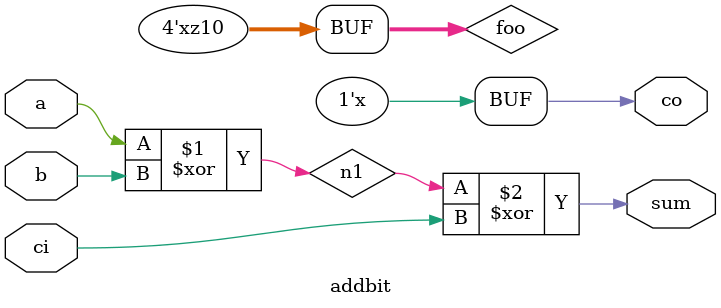
<source format=v>
/**********************************************************************
 * $list_path_delays example -- Verilog test bench source code
 *
 * Verilog test bench to test the $list_path_delays PLI application.
 *
 * For the book, "The Verilog PLI Handbook" by Stuart Sutherland
 *  Book copyright 1999, Kluwer Academic Publishers, Norwell, MA, USA
 *   Contact: www.wkap.il
 *  Example copyright 1998, Sutherland HDL Inc, Portland, Oregon, USA
 *   Contact: www.sutherland.com or (503) 692-0898
 *********************************************************************/
`timescale 1ns / 1ns
module top;
  reg  [2:0] test;
  wire [1:0] results;

  addbit i1 (test[0], test[1], test[2], results[0], results[1]);

  initial
    begin
      #1 $list_path_delays(i1);
      #1 $finish;
    end
endmodule

/*** A gate level 1 bit adder model ***/
`timescale 1ns / 10ps
module addbit (a, b, ci, sum, co);
  input  a, b, ci;
  output sum, co;

  wire  a, b, ci, sum, co, n1, n2, n3, n4;
  wire  [3:0] foo = 4'bXZ10;

  xor    p1 (n1, a, b);    // all transitions have same delay
  xor    p2 (sum, n1, ci); //rise, fall delays
  and    p3 (n2, a, b);
  and    p4 (n3, n1, ci);
//  or     p5 (co, n2, n3);  //integer delay
  bufif1 p6 (co, n2, 1'b0); //all delay values

  specify
    (a *> sum) = 3.1415;
    (b *> sum) = (1:2:3, 4:5:6, 7:8:9);
    (ci *> sum, co) = (1, 2, 3, 4, 5, 6);
  endspecify

endmodule
/*********************************************************************/


</source>
